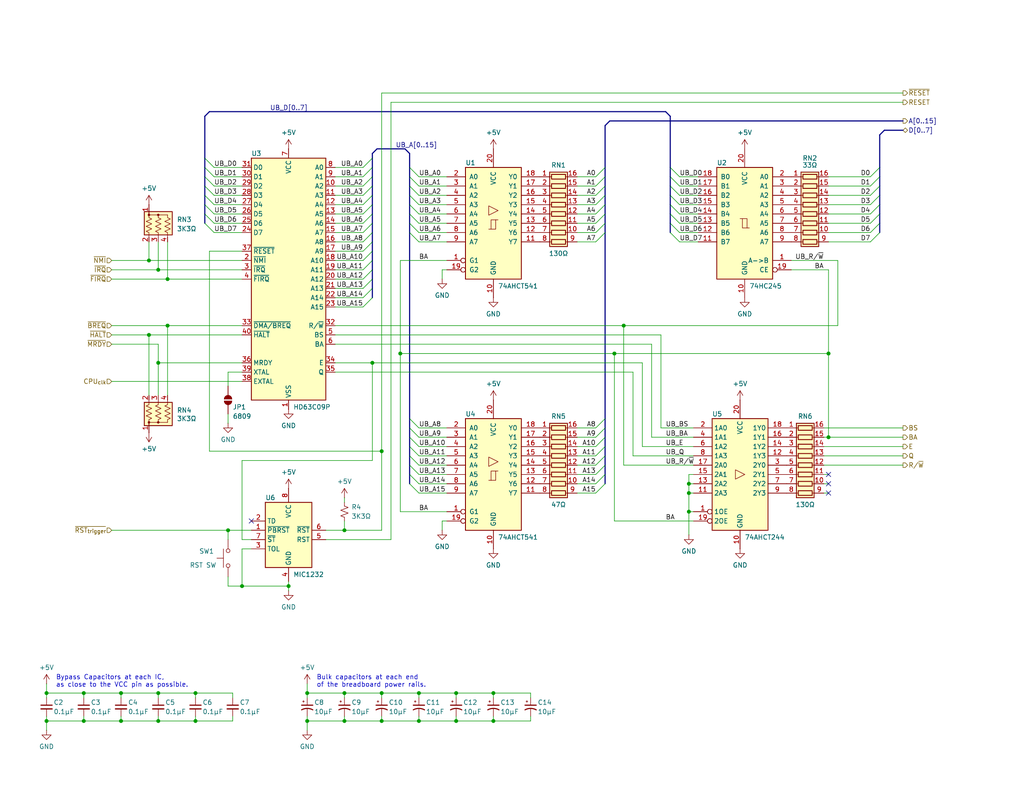
<source format=kicad_sch>
(kicad_sch (version 20250114) (generator "eeschema") (generator_version "9.0")
  (paper "USLetter")
  (title_block (title "CPU - Reset - Bus Buffers") (date "2025-09-13") (rev "2.0") (company "MicroHobbyist") (comment 1 "Frédéric Segard"))
  (lib_symbols
    (symbol "6309 v2.0:MIC1232"
      (property "Reference" "U" (at -5.842 1.016 0))
      (property "Value" "MIC1232" (at 4.826 -19.558 0))
      (symbol "MIC1232_1_1"
        (pin input line (at -10.16 -5.08 0) (length 3.81) (name "TD") (number "2"))
        (pin input line (at -10.16 -7.62 0) (length 3.81) (name "~{PBRST}") (number "1"))
        (pin input line (at -10.16 -10.16 0) (length 3.81) (name "~{ST}") (number "7"))
        (pin input line (at -10.16 -12.7 0) (length 3.81) (name "TOL") (number "3"))
        (pin power_in line (at 0 3.81 270) (length 3.81) (name "VCC") (number "8"))
        (pin power_in line (at 0 -21.59 90) (length 3.81) (name "GND") (number "4"))
        (pin output line (at 10.16 -7.62 180) (length 3.81) (name "~{RST}") (number "6"))
        (pin output line (at 10.16 -10.16 180) (length 3.81) (name "RST") (number "5"))
      )
    )
    (symbol "74xx:74HC244"
      (property "Reference" "U" (at -7.62 16.51 0))
      (property "Value" "74HC244" (at -7.62 -16.51 0))
      (symbol "74HC244_1_0"
        (pin input line (at -12.7 12.7 0) (length 5.08) (name "1A0") (number "2"))
        (pin input line (at -12.7 10.16 0) (length 5.08) (name "1A1") (number "4"))
        (pin input line (at -12.7 7.62 0) (length 5.08) (name "1A2") (number "6"))
        (pin input line (at -12.7 5.08 0) (length 5.08) (name "1A3") (number "8"))
        (pin input line (at -12.7 2.54 0) (length 5.08) (name "2A0") (number "17"))
        (pin input line (at -12.7 0 0) (length 5.08) (name "2A1") (number "15"))
        (pin input line (at -12.7 -2.54 0) (length 5.08) (name "2A2") (number "13"))
        (pin input line (at -12.7 -5.08 0) (length 5.08) (name "2A3") (number "11"))
        (pin input inverted (at -12.7 -10.16 0) (length 5.08) (name "1OE") (number "1"))
        (pin input inverted (at -12.7 -12.7 0) (length 5.08) (name "2OE") (number "19"))
        (pin power_in line (at 0 20.32 270) (length 5.08) (name "VCC") (number "20"))
        (pin power_in line (at 0 -20.32 90) (length 5.08) (name "GND") (number "10"))
        (pin tri_state line (at 12.7 12.7 180) (length 5.08) (name "1Y0") (number "18"))
        (pin tri_state line (at 12.7 10.16 180) (length 5.08) (name "1Y1") (number "16"))
        (pin tri_state line (at 12.7 7.62 180) (length 5.08) (name "1Y2") (number "14"))
        (pin tri_state line (at 12.7 5.08 180) (length 5.08) (name "1Y3") (number "12"))
        (pin tri_state line (at 12.7 2.54 180) (length 5.08) (name "2Y0") (number "3"))
        (pin tri_state line (at 12.7 0 180) (length 5.08) (name "2Y1") (number "5"))
        (pin tri_state line (at 12.7 -2.54 180) (length 5.08) (name "2Y2") (number "7"))
        (pin tri_state line (at 12.7 -5.08 180) (length 5.08) (name "2Y3") (number "9"))
      )
    )
    (symbol "74xx:74HC245" (pin_names (offset 1.016))
      (property "Reference" "U" (at -7.62 16.51 0))
      (property "Value" "74HC245" (at -7.62 -16.51 0))
      (symbol "74HC245_1_0"
        (pin tri_state line (at -12.7 12.7 0) (length 5.08) (name "A0") (number "2"))
        (pin tri_state line (at -12.7 10.16 0) (length 5.08) (name "A1") (number "3"))
        (pin tri_state line (at -12.7 7.62 0) (length 5.08) (name "A2") (number "4"))
        (pin tri_state line (at -12.7 5.08 0) (length 5.08) (name "A3") (number "5"))
        (pin tri_state line (at -12.7 2.54 0) (length 5.08) (name "A4") (number "6"))
        (pin tri_state line (at -12.7 0 0) (length 5.08) (name "A5") (number "7"))
        (pin tri_state line (at -12.7 -2.54 0) (length 5.08) (name "A6") (number "8"))
        (pin tri_state line (at -12.7 -5.08 0) (length 5.08) (name "A7") (number "9"))
        (pin input line (at -12.7 -10.16 0) (length 5.08) (name "A->B") (number "1"))
        (pin input inverted (at -12.7 -12.7 0) (length 5.08) (name "CE") (number "19"))
        (pin power_in line (at 0 20.32 270) (length 5.08) (name "VCC") (number "20"))
        (pin power_in line (at 0 -20.32 90) (length 5.08) (name "GND") (number "10"))
        (pin tri_state line (at 12.7 12.7 180) (length 5.08) (name "B0") (number "18"))
        (pin tri_state line (at 12.7 10.16 180) (length 5.08) (name "B1") (number "17"))
        (pin tri_state line (at 12.7 7.62 180) (length 5.08) (name "B2") (number "16"))
        (pin tri_state line (at 12.7 5.08 180) (length 5.08) (name "B3") (number "15"))
        (pin tri_state line (at 12.7 2.54 180) (length 5.08) (name "B4") (number "14"))
        (pin tri_state line (at 12.7 0 180) (length 5.08) (name "B5") (number "13"))
        (pin tri_state line (at 12.7 -2.54 180) (length 5.08) (name "B6") (number "12"))
        (pin tri_state line (at 12.7 -5.08 180) (length 5.08) (name "B7") (number "11"))
      )
    )
    (symbol "74xx:74HCT541" (pin_names (offset 1.016))
      (property "Reference" "U" (at -7.62 16.51 0))
      (property "Value" "74HCT541" (at -7.62 -16.51 0))
      (symbol "74HCT541_1_0"
        (pin input line (at -12.7 12.7 0) (length 5.08) (name "A0") (number "2"))
        (pin input line (at -12.7 10.16 0) (length 5.08) (name "A1") (number "3"))
        (pin input line (at -12.7 7.62 0) (length 5.08) (name "A2") (number "4"))
        (pin input line (at -12.7 5.08 0) (length 5.08) (name "A3") (number "5"))
        (pin input line (at -12.7 2.54 0) (length 5.08) (name "A4") (number "6"))
        (pin input line (at -12.7 0 0) (length 5.08) (name "A5") (number "7"))
        (pin input line (at -12.7 -2.54 0) (length 5.08) (name "A6") (number "8"))
        (pin input line (at -12.7 -5.08 0) (length 5.08) (name "A7") (number "9"))
        (pin input inverted (at -12.7 -10.16 0) (length 5.08) (name "G1") (number "1"))
        (pin input inverted (at -12.7 -12.7 0) (length 5.08) (name "G2") (number "19"))
        (pin power_in line (at 0 20.32 270) (length 5.08) (name "VCC") (number "20"))
        (pin power_in line (at 0 -20.32 90) (length 5.08) (name "GND") (number "10"))
        (pin tri_state line (at 12.7 12.7 180) (length 5.08) (name "Y0") (number "18"))
        (pin tri_state line (at 12.7 10.16 180) (length 5.08) (name "Y1") (number "17"))
        (pin tri_state line (at 12.7 7.62 180) (length 5.08) (name "Y2") (number "16"))
        (pin tri_state line (at 12.7 5.08 180) (length 5.08) (name "Y3") (number "15"))
        (pin tri_state line (at 12.7 2.54 180) (length 5.08) (name "Y4") (number "14"))
        (pin tri_state line (at 12.7 0 180) (length 5.08) (name "Y5") (number "13"))
        (pin tri_state line (at 12.7 -2.54 180) (length 5.08) (name "Y6") (number "12"))
        (pin tri_state line (at 12.7 -5.08 180) (length 5.08) (name "Y7") (number "11"))
      )
    )
    (symbol "CPU_NXP_6800:MC6809"
      (property "Reference" "U" (at -7.62 34.29 0))
      (property "Value" "MC6809" (at 10.16 34.29 0))
      (symbol "MC6809_1_1"
        (pin bidirectional line (at -12.7 30.48 0) (length 2.54) (name "D0") (number "31"))
        (pin bidirectional line (at -12.7 27.94 0) (length 2.54) (name "D1") (number "30"))
        (pin bidirectional line (at -12.7 25.4 0) (length 2.54) (name "D2") (number "29"))
        (pin bidirectional line (at -12.7 22.86 0) (length 2.54) (name "D3") (number "28"))
        (pin bidirectional line (at -12.7 20.32 0) (length 2.54) (name "D4") (number "27"))
        (pin bidirectional line (at -12.7 17.78 0) (length 2.54) (name "D5") (number "26"))
        (pin bidirectional line (at -12.7 15.24 0) (length 2.54) (name "D6") (number "25"))
        (pin bidirectional line (at -12.7 12.7 0) (length 2.54) (name "D7") (number "24"))
        (pin input line (at -12.7 7.62 0) (length 2.54) (name "~{RESET}") (number "37"))
        (pin input line (at -12.7 5.08 0) (length 2.54) (name "~{NMI}") (number "2"))
        (pin input line (at -12.7 2.54 0) (length 2.54) (name "~{IRQ}") (number "3"))
        (pin input line (at -12.7 0 0) (length 2.54) (name "~{FIRQ}") (number "4"))
        (pin input line (at -12.7 -12.7 0) (length 2.54) (name "~{DMA/BREQ}") (number "33"))
        (pin input line (at -12.7 -15.24 0) (length 2.54) (name "~{HALT}") (number "40"))
        (pin input line (at -12.7 -22.86 0) (length 2.54) (name "MRDY") (number "36"))
        (pin input line (at -12.7 -25.4 0) (length 2.54) (name "XTAL") (number "39"))
        (pin input line (at -12.7 -27.94 0) (length 2.54) (name "EXTAL") (number "38"))
        (pin power_in line (at 0 35.56 270) (length 2.54) (name "VCC") (number "7"))
        (pin power_in line (at 0 -35.56 90) (length 2.54) (name "VSS") (number "1"))
        (pin output line (at 12.7 30.48 180) (length 2.54) (name "A0") (number "8"))
        (pin output line (at 12.7 27.94 180) (length 2.54) (name "A1") (number "9"))
        (pin output line (at 12.7 25.4 180) (length 2.54) (name "A2") (number "10"))
        (pin output line (at 12.7 22.86 180) (length 2.54) (name "A3") (number "11"))
        (pin output line (at 12.7 20.32 180) (length 2.54) (name "A4") (number "12"))
        (pin output line (at 12.7 17.78 180) (length 2.54) (name "A5") (number "13"))
        (pin output line (at 12.7 15.24 180) (length 2.54) (name "A6") (number "14"))
        (pin output line (at 12.7 12.7 180) (length 2.54) (name "A7") (number "15"))
        (pin output line (at 12.7 10.16 180) (length 2.54) (name "A8") (number "16"))
        (pin output line (at 12.7 7.62 180) (length 2.54) (name "A9") (number "17"))
        (pin output line (at 12.7 5.08 180) (length 2.54) (name "A10") (number "18"))
        (pin output line (at 12.7 2.54 180) (length 2.54) (name "A11") (number "19"))
        (pin output line (at 12.7 0 180) (length 2.54) (name "A12") (number "20"))
        (pin output line (at 12.7 -2.54 180) (length 2.54) (name "A13") (number "21"))
        (pin output line (at 12.7 -5.08 180) (length 2.54) (name "A14") (number "22"))
        (pin output line (at 12.7 -7.62 180) (length 2.54) (name "A15") (number "23"))
        (pin output line (at 12.7 -12.7 180) (length 2.54) (name "R/~{W}") (number "32"))
        (pin output line (at 12.7 -15.24 180) (length 2.54) (name "BS") (number "5"))
        (pin output line (at 12.7 -17.78 180) (length 2.54) (name "BA") (number "6"))
        (pin output line (at 12.7 -22.86 180) (length 2.54) (name "E") (number "34"))
        (pin output line (at 12.7 -25.4 180) (length 2.54) (name "Q") (number "35"))
      )
    )
    (symbol "Device:C_Polarized_Small_US" (pin_numbers (hide yes)) (pin_names (offset 0.254) (hide yes))
      (property "Reference" "C" (at 0.254 1.778 0))
      (property "Value" "C_Polarized_Small_US" (at 0.254 -2.032 0))
      (symbol "C_Polarized_Small_US_1_1"
        (pin passive line (at 0 2.54 270) (length 2.032) (name "~") (number "1"))
        (pin passive line (at 0 -2.54 90) (length 2.032) (name "~") (number "2"))
      )
    )
    (symbol "Device:C_Small" (pin_numbers (hide yes)) (pin_names (offset 0.254) (hide yes))
      (property "Reference" "C" (at 0.254 1.778 0))
      (property "Value" "C_Small" (at 0.254 -2.032 0))
      (symbol "C_Small_1_1"
        (pin passive line (at 0 2.54 270) (length 2.032) (name "~") (number "1"))
        (pin passive line (at 0 -2.54 90) (length 2.032) (name "~") (number "2"))
      )
    )
    (symbol "Device:R_Network03_US" (pin_names (offset 0) (hide yes))
      (property "Reference" "RN" (at -5.08 0 90))
      (property "Value" "R_Network03_US" (at 5.08 0 90))
      (symbol "R_Network03_US_1_1"
        (pin passive line (at -2.54 5.08 270) (length 2.54) (name "common") (number "1"))
        (pin passive line (at -2.54 -5.08 90) (length 1.27) (name "R1") (number "2"))
        (pin passive line (at 0 -5.08 90) (length 1.27) (name "R2") (number "3"))
        (pin passive line (at 2.54 -5.08 90) (length 1.27) (name "R3") (number "4"))
      )
    )
    (symbol "Device:R_Pack08" (pin_names (offset 0) (hide yes))
      (property "Reference" "RN" (at -12.7 0 90))
      (property "Value" "R_Pack08" (at 10.16 0 90))
      (symbol "R_Pack08_1_1"
        (pin passive line (at -10.16 5.08 270) (length 2.54) (name "R1.2") (number "16"))
        (pin passive line (at -10.16 -5.08 90) (length 2.54) (name "R1.1") (number "1"))
        (pin passive line (at -7.62 5.08 270) (length 2.54) (name "R2.2") (number "15"))
        (pin passive line (at -7.62 -5.08 90) (length 2.54) (name "R2.1") (number "2"))
        (pin passive line (at -5.08 5.08 270) (length 2.54) (name "R3.2") (number "14"))
        (pin passive line (at -5.08 -5.08 90) (length 2.54) (name "R3.1") (number "3"))
        (pin passive line (at -2.54 5.08 270) (length 2.54) (name "R4.2") (number "13"))
        (pin passive line (at -2.54 -5.08 90) (length 2.54) (name "R4.1") (number "4"))
        (pin passive line (at 0 5.08 270) (length 2.54) (name "R5.2") (number "12"))
        (pin passive line (at 0 -5.08 90) (length 2.54) (name "R5.1") (number "5"))
        (pin passive line (at 2.54 5.08 270) (length 2.54) (name "R6.2") (number "11"))
        (pin passive line (at 2.54 -5.08 90) (length 2.54) (name "R6.1") (number "6"))
        (pin passive line (at 5.08 5.08 270) (length 2.54) (name "R7.2") (number "10"))
        (pin passive line (at 5.08 -5.08 90) (length 2.54) (name "R7.1") (number "7"))
        (pin passive line (at 7.62 5.08 270) (length 2.54) (name "R8.2") (number "9"))
        (pin passive line (at 7.62 -5.08 90) (length 2.54) (name "R8.1") (number "8"))
      )
    )
    (symbol "Device:R_Small_US" (pin_numbers (hide yes)) (pin_names (offset 0.254) (hide yes))
      (property "Reference" "R" (at 0.762 0.508 0))
      (property "Value" "R_Small_US" (at 0.762 -1.016 0))
      (symbol "R_Small_US_1_1"
        (pin passive line (at 0 2.54 270) (length 1.016) (name "~") (number "1"))
        (pin passive line (at 0 -2.54 90) (length 1.016) (name "~") (number "2"))
      )
    )
    (symbol "Jumper:SolderJumper_2_Open" (pin_numbers (hide yes)) (pin_names (offset 0) (hide yes)) (in_bom no)
      (property "Reference" "JP" (at 0 2.032 0))
      (property "Value" "SolderJumper_2_Open" (at 0 -2.54 0))
      (symbol "SolderJumper_2_Open_1_1"
        (pin passive line (at -3.81 0 0) (length 2.54) (name "A") (number "1"))
        (pin passive line (at 3.81 0 180) (length 2.54) (name "B") (number "2"))
      )
    )
    (symbol "Switch:SW_Push" (pin_numbers (hide yes)) (pin_names (offset 1.016) (hide yes))
      (property "Reference" "SW" (at 1.27 2.54 0))
      (property "Value" "SW_Push" (at 0 -1.524 0))
      (symbol "SW_Push_0_1"
        (pin passive line (at -5.08 0 0) (length 2.54) (name "1") (number "1"))
        (pin passive line (at 5.08 0 180) (length 2.54) (name "2") (number "2"))
      )
    )
    (symbol "power:+5V" (power) (pin_numbers (hide yes)) (pin_names (offset 0) (hide yes))
      (property "Value" "+5V" (at 0 3.556 0))
      (symbol "+5V_1_1"
        (pin power_in line (at 0 0 90) (length 0) (name "~") (number "1"))
      )
    )
    (symbol "power:GND" (power) (pin_numbers (hide yes)) (pin_names (offset 0) (hide yes))
      (property "Value" "GND" (at 0 -3.81 0))
      (symbol "GND_1_1"
        (pin power_in line (at 0 0 270) (length 0) (name "~") (number "1"))
      )
    )
  )
  (text "Bypass Capacitors at each IC,\nas close to the VCC pin as possible." (at 15.24 186.055 0) (effects (font (size 1.27 1.27)) (justify left)))
  (text "Bulk capacitors at each end\nof the breadboard power rails." (at 86.36 186.055 0) (effects (font (size 1.27 1.27)) (justify left)))
  (junction (at 78.74 160.02))
  (junction (at 187.96 134.62))
  (junction (at 33.02 196.85))
  (junction (at 83.82 196.85))
  (junction (at 43.18 196.85))
  (junction (at 124.46 189.23))
  (junction (at 114.3 189.23))
  (junction (at 43.18 73.66))
  (junction (at 43.18 99.06))
  (junction (at 62.23 144.78))
  (junction (at 170.18 88.9))
  (junction (at 93.98 196.85))
  (junction (at 134.62 189.23))
  (junction (at 53.34 189.23))
  (junction (at 45.72 76.2))
  (junction (at 53.34 196.85))
  (junction (at 12.7 189.23))
  (junction (at 43.18 189.23))
  (junction (at 104.14 189.23))
  (junction (at 187.96 132.08))
  (junction (at 226.06 96.52))
  (junction (at 22.86 196.85))
  (junction (at 134.62 196.85))
  (junction (at 226.06 119.38))
  (junction (at 83.82 189.23))
  (junction (at 66.04 160.02))
  (junction (at 93.98 189.23))
  (junction (at 124.46 196.85))
  (junction (at 40.64 91.44))
  (junction (at 187.96 139.7))
  (junction (at 22.86 189.23))
  (junction (at 12.7 196.85))
  (junction (at 167.64 96.52))
  (junction (at 109.22 96.52))
  (junction (at 33.02 189.23))
  (junction (at 104.14 196.85))
  (junction (at 93.98 144.78))
  (junction (at 45.72 88.9))
  (junction (at 104.14 123.19))
  (junction (at 101.6 99.06))
  (junction (at 40.64 71.12))
  (junction (at 114.3 196.85))
  (no_connect (at 226.06 132.08))
  (no_connect (at 226.06 134.62))
  (no_connect (at 68.58 142.24))
  (no_connect (at 226.06 129.54))
  (bus_entry (at 55.88 58.42) (size 2.54 2.54))
  (bus_entry (at 182.88 63.5) (size 2.54 2.54))
  (bus_entry (at 99.06 83.82) (size 2.54 -2.54))
  (bus_entry (at 162.56 63.5) (size 2.54 -2.54))
  (bus_entry (at 55.88 55.88) (size 2.54 2.54))
  (bus_entry (at 111.76 121.92) (size 2.54 2.54))
  (bus_entry (at 237.49 58.42) (size 2.54 -2.54))
  (bus_entry (at 111.76 53.34) (size 2.54 2.54))
  (bus_entry (at 182.88 53.34) (size 2.54 2.54))
  (bus_entry (at 182.88 48.26) (size 2.54 2.54))
  (bus_entry (at 162.56 124.46) (size 2.54 -2.54))
  (bus_entry (at 237.49 53.34) (size 2.54 -2.54))
  (bus_entry (at 162.56 53.34) (size 2.54 -2.54))
  (bus_entry (at 162.56 134.62) (size 2.54 -2.54))
  (bus_entry (at 237.49 48.26) (size 2.54 -2.54))
  (bus_entry (at 111.76 48.26) (size 2.54 2.54))
  (bus_entry (at 111.76 124.46) (size 2.54 2.54))
  (bus_entry (at 182.88 55.88) (size 2.54 2.54))
  (bus_entry (at 162.56 48.26) (size 2.54 -2.54))
  (bus_entry (at 99.06 53.34) (size 2.54 -2.54))
  (bus_entry (at 111.76 119.38) (size 2.54 2.54))
  (bus_entry (at 99.06 58.42) (size 2.54 -2.54))
  (bus_entry (at 162.56 116.84) (size 2.54 -2.54))
  (bus_entry (at 99.06 68.58) (size 2.54 -2.54))
  (bus_entry (at 182.88 60.96) (size 2.54 2.54))
  (bus_entry (at 162.56 55.88) (size 2.54 -2.54))
  (bus_entry (at 55.88 53.34) (size 2.54 2.54))
  (bus_entry (at 162.56 58.42) (size 2.54 -2.54))
  (bus_entry (at 111.76 116.84) (size 2.54 2.54))
  (bus_entry (at 111.76 129.54) (size 2.54 2.54))
  (bus_entry (at 162.56 129.54) (size 2.54 -2.54))
  (bus_entry (at 99.06 50.8) (size 2.54 -2.54))
  (bus_entry (at 162.56 50.8) (size 2.54 -2.54))
  (bus_entry (at 182.88 45.72) (size 2.54 2.54))
  (bus_entry (at 55.88 60.96) (size 2.54 2.54))
  (bus_entry (at 55.88 43.18) (size 2.54 2.54))
  (bus_entry (at 111.76 45.72) (size 2.54 2.54))
  (bus_entry (at 182.88 50.8) (size 2.54 2.54))
  (bus_entry (at 55.88 48.26) (size 2.54 2.54))
  (bus_entry (at 55.88 45.72) (size 2.54 2.54))
  (bus_entry (at 111.76 60.96) (size 2.54 2.54))
  (bus_entry (at 99.06 76.2) (size 2.54 -2.54))
  (bus_entry (at 111.76 114.3) (size 2.54 2.54))
  (bus_entry (at 162.56 121.92) (size 2.54 -2.54))
  (bus_entry (at 237.49 55.88) (size 2.54 -2.54))
  (bus_entry (at 162.56 127) (size 2.54 -2.54))
  (bus_entry (at 111.76 55.88) (size 2.54 2.54))
  (bus_entry (at 162.56 60.96) (size 2.54 -2.54))
  (bus_entry (at 111.76 127) (size 2.54 2.54))
  (bus_entry (at 182.88 58.42) (size 2.54 2.54))
  (bus_entry (at 99.06 55.88) (size 2.54 -2.54))
  (bus_entry (at 111.76 50.8) (size 2.54 2.54))
  (bus_entry (at 99.06 66.04) (size 2.54 -2.54))
  (bus_entry (at 237.49 60.96) (size 2.54 -2.54))
  (bus_entry (at 99.06 81.28) (size 2.54 -2.54))
  (bus_entry (at 111.76 58.42) (size 2.54 2.54))
  (bus_entry (at 237.49 66.04) (size 2.54 -2.54))
  (bus_entry (at 111.76 132.08) (size 2.54 2.54))
  (bus_entry (at 99.06 63.5) (size 2.54 -2.54))
  (bus_entry (at 99.06 71.12) (size 2.54 -2.54))
  (bus_entry (at 237.49 50.8) (size 2.54 -2.54))
  (bus_entry (at 162.56 132.08) (size 2.54 -2.54))
  (bus_entry (at 99.06 45.72) (size 2.54 -2.54))
  (bus_entry (at 237.49 63.5) (size 2.54 -2.54))
  (bus_entry (at 99.06 48.26) (size 2.54 -2.54))
  (bus_entry (at 99.06 73.66) (size 2.54 -2.54))
  (bus_entry (at 162.56 66.04) (size 2.54 -2.54))
  (bus_entry (at 99.06 60.96) (size 2.54 -2.54))
  (bus_entry (at 99.06 78.74) (size 2.54 -2.54))
  (bus_entry (at 111.76 63.5) (size 2.54 2.54))
  (bus_entry (at 162.56 119.38) (size 2.54 -2.54))
  (bus_entry (at 55.88 50.8) (size 2.54 2.54))
  (wire (pts (xy 53.34 195.58) (xy 53.34 196.85)))
  (wire (pts (xy 121.92 134.62) (xy 114.3 134.62)))
  (wire (pts (xy 109.22 96.52) (xy 109.22 139.7)))
  (wire (pts (xy 121.92 129.54) (xy 114.3 129.54)))
  (bus (pts (xy 101.6 48.26) (xy 101.6 50.8)))
  (bus (pts (xy 182.88 31.75) (xy 182.88 45.72)))
  (bus (pts (xy 111.76 127) (xy 111.76 129.54)))
  (bus (pts (xy 102.87 40.64) (xy 110.49 40.64)))
  (wire (pts (xy 93.98 142.24) (xy 93.98 144.78)))
  (bus (pts (xy 101.6 53.34) (xy 101.6 55.88)))
  (wire (pts (xy 91.44 93.98) (xy 177.8 93.98)))
  (wire (pts (xy 157.48 116.84) (xy 162.56 116.84)))
  (wire (pts (xy 91.44 101.6) (xy 172.72 101.6)))
  (wire (pts (xy 180.34 116.84) (xy 189.23 116.84)))
  (wire (pts (xy 101.6 99.06) (xy 175.26 99.06)))
  (wire (pts (xy 157.48 50.8) (xy 162.56 50.8)))
  (wire (pts (xy 224.79 132.08) (xy 226.06 132.08)))
  (wire (pts (xy 93.98 144.78) (xy 104.14 144.78)))
  (wire (pts (xy 62.23 160.02) (xy 66.04 160.02)))
  (wire (pts (xy 91.44 60.96) (xy 99.06 60.96)))
  (wire (pts (xy 104.14 196.85) (xy 114.3 196.85)))
  (wire (pts (xy 144.78 189.23) (xy 144.78 190.5)))
  (wire (pts (xy 185.42 63.5) (xy 190.5 63.5)))
  (wire (pts (xy 91.44 81.28) (xy 99.06 81.28)))
  (bus (pts (xy 240.03 36.83) (xy 240.03 45.72)))
  (bus (pts (xy 55.88 50.8) (xy 55.88 48.26)))
  (wire (pts (xy 33.02 189.23) (xy 43.18 189.23)))
  (wire (pts (xy 40.64 91.44) (xy 66.04 91.44)))
  (bus (pts (xy 101.6 43.18) (xy 101.6 45.72)))
  (wire (pts (xy 134.62 189.23) (xy 144.78 189.23)))
  (wire (pts (xy 93.98 189.23) (xy 93.98 190.5)))
  (wire (pts (xy 66.04 149.86) (xy 66.04 160.02)))
  (wire (pts (xy 58.42 58.42) (xy 66.04 58.42)))
  (wire (pts (xy 30.48 71.12) (xy 40.64 71.12)))
  (wire (pts (xy 62.23 101.6) (xy 66.04 101.6)))
  (wire (pts (xy 83.82 189.23) (xy 83.82 190.5)))
  (bus (pts (xy 241.3 35.56) (xy 246.38 35.56)))
  (wire (pts (xy 104.14 189.23) (xy 114.3 189.23)))
  (wire (pts (xy 62.23 144.78) (xy 68.58 144.78)))
  (wire (pts (xy 228.6 71.12) (xy 228.6 88.9)))
  (wire (pts (xy 40.64 71.12) (xy 66.04 71.12)))
  (wire (pts (xy 157.48 55.88) (xy 162.56 55.88)))
  (wire (pts (xy 62.23 101.6) (xy 62.23 105.41)))
  (wire (pts (xy 106.68 27.94) (xy 246.38 27.94)))
  (wire (pts (xy 40.64 66.04) (xy 40.64 71.12)))
  (wire (pts (xy 57.15 68.58) (xy 66.04 68.58)))
  (wire (pts (xy 134.62 189.23) (xy 134.62 190.5)))
  (wire (pts (xy 43.18 73.66) (xy 66.04 73.66)))
  (bus (pts (xy 165.1 63.5) (xy 165.1 60.96)))
  (bus (pts (xy 101.6 68.58) (xy 101.6 71.12)))
  (wire (pts (xy 187.96 132.08) (xy 187.96 134.62)))
  (wire (pts (xy 157.48 121.92) (xy 162.56 121.92)))
  (wire (pts (xy 33.02 189.23) (xy 33.02 190.5)))
  (wire (pts (xy 187.96 139.7) (xy 189.23 139.7)))
  (wire (pts (xy 187.96 132.08) (xy 189.23 132.08)))
  (bus (pts (xy 111.76 45.72) (xy 111.76 48.26)))
  (bus (pts (xy 165.1 132.08) (xy 165.1 129.54)))
  (wire (pts (xy 91.44 71.12) (xy 99.06 71.12)))
  (wire (pts (xy 30.48 76.2) (xy 45.72 76.2)))
  (wire (pts (xy 170.18 88.9) (xy 170.18 127)))
  (wire (pts (xy 224.79 124.46) (xy 246.38 124.46)))
  (wire (pts (xy 120.65 73.66) (xy 120.65 76.2)))
  (bus (pts (xy 101.6 41.91) (xy 101.6 43.18)))
  (wire (pts (xy 224.79 116.84) (xy 246.38 116.84)))
  (wire (pts (xy 53.34 189.23) (xy 53.34 190.5)))
  (wire (pts (xy 114.3 196.85) (xy 124.46 196.85)))
  (wire (pts (xy 45.72 76.2) (xy 66.04 76.2)))
  (wire (pts (xy 88.9 144.78) (xy 93.98 144.78)))
  (wire (pts (xy 58.42 53.34) (xy 66.04 53.34)))
  (wire (pts (xy 226.06 63.5) (xy 237.49 63.5)))
  (bus (pts (xy 182.88 60.96) (xy 182.88 58.42)))
  (bus (pts (xy 240.03 45.72) (xy 240.03 48.26)))
  (bus (pts (xy 111.76 41.91) (xy 111.76 45.72)))
  (wire (pts (xy 124.46 189.23) (xy 124.46 190.5)))
  (wire (pts (xy 53.34 189.23) (xy 63.5 189.23)))
  (bus (pts (xy 101.6 63.5) (xy 101.6 66.04)))
  (wire (pts (xy 33.02 195.58) (xy 33.02 196.85)))
  (wire (pts (xy 157.48 127) (xy 162.56 127)))
  (wire (pts (xy 134.62 195.58) (xy 134.62 196.85)))
  (wire (pts (xy 58.42 60.96) (xy 66.04 60.96)))
  (wire (pts (xy 62.23 144.78) (xy 62.23 147.32)))
  (wire (pts (xy 91.44 91.44) (xy 180.34 91.44)))
  (wire (pts (xy 93.98 189.23) (xy 104.14 189.23)))
  (wire (pts (xy 57.15 68.58) (xy 57.15 123.19)))
  (wire (pts (xy 121.92 63.5) (xy 114.3 63.5)))
  (wire (pts (xy 91.44 45.72) (xy 99.06 45.72)))
  (bus (pts (xy 101.6 71.12) (xy 101.6 73.66)))
  (bus (pts (xy 101.6 76.2) (xy 101.6 78.74)))
  (wire (pts (xy 109.22 71.12) (xy 109.22 96.52)))
  (wire (pts (xy 91.44 73.66) (xy 99.06 73.66)))
  (wire (pts (xy 66.04 125.73) (xy 66.04 147.32)))
  (wire (pts (xy 91.44 99.06) (xy 101.6 99.06)))
  (bus (pts (xy 165.1 114.3) (xy 165.1 63.5)))
  (wire (pts (xy 43.18 189.23) (xy 53.34 189.23)))
  (wire (pts (xy 121.92 58.42) (xy 114.3 58.42)))
  (wire (pts (xy 91.44 66.04) (xy 99.06 66.04)))
  (wire (pts (xy 22.86 196.85) (xy 33.02 196.85)))
  (wire (pts (xy 43.18 66.04) (xy 43.18 73.66)))
  (wire (pts (xy 226.06 96.52) (xy 226.06 119.38)))
  (wire (pts (xy 62.23 157.48) (xy 62.23 160.02)))
  (bus (pts (xy 57.15 30.48) (xy 181.61 30.48)))
  (bus (pts (xy 165.1 55.88) (xy 165.1 53.34)))
  (wire (pts (xy 22.86 195.58) (xy 22.86 196.85)))
  (wire (pts (xy 134.62 196.85) (xy 144.78 196.85)))
  (wire (pts (xy 167.64 96.52) (xy 226.06 96.52)))
  (wire (pts (xy 120.65 142.24) (xy 121.92 142.24)))
  (bus (pts (xy 182.88 58.42) (xy 182.88 55.88)))
  (wire (pts (xy 226.06 60.96) (xy 237.49 60.96)))
  (wire (pts (xy 43.18 196.85) (xy 53.34 196.85)))
  (wire (pts (xy 120.65 142.24) (xy 120.65 144.78)))
  (wire (pts (xy 91.44 48.26) (xy 99.06 48.26)))
  (wire (pts (xy 187.96 134.62) (xy 187.96 139.7)))
  (wire (pts (xy 30.48 88.9) (xy 45.72 88.9)))
  (bus (pts (xy 101.6 58.42) (xy 101.6 60.96)))
  (wire (pts (xy 58.42 50.8) (xy 66.04 50.8)))
  (wire (pts (xy 121.92 124.46) (xy 114.3 124.46)))
  (wire (pts (xy 121.92 48.26) (xy 114.3 48.26)))
  (wire (pts (xy 172.72 124.46) (xy 189.23 124.46)))
  (wire (pts (xy 226.06 55.88) (xy 237.49 55.88)))
  (wire (pts (xy 185.42 55.88) (xy 190.5 55.88)))
  (wire (pts (xy 22.86 189.23) (xy 22.86 190.5)))
  (wire (pts (xy 12.7 189.23) (xy 12.7 190.5)))
  (wire (pts (xy 58.42 63.5) (xy 66.04 63.5)))
  (bus (pts (xy 111.76 53.34) (xy 111.76 55.88)))
  (bus (pts (xy 111.76 63.5) (xy 111.76 114.3)))
  (bus (pts (xy 165.1 119.38) (xy 165.1 116.84)))
  (wire (pts (xy 120.65 73.66) (xy 121.92 73.66)))
  (wire (pts (xy 226.06 73.66) (xy 226.06 96.52)))
  (wire (pts (xy 109.22 139.7) (xy 121.92 139.7)))
  (wire (pts (xy 12.7 196.85) (xy 22.86 196.85)))
  (bus (pts (xy 55.88 58.42) (xy 55.88 55.88)))
  (wire (pts (xy 43.18 189.23) (xy 43.18 190.5)))
  (bus (pts (xy 101.6 55.88) (xy 101.6 58.42)))
  (wire (pts (xy 175.26 99.06) (xy 175.26 121.92)))
  (wire (pts (xy 45.72 88.9) (xy 66.04 88.9)))
  (wire (pts (xy 12.7 189.23) (xy 22.86 189.23)))
  (wire (pts (xy 114.3 195.58) (xy 114.3 196.85)))
  (wire (pts (xy 121.92 66.04) (xy 114.3 66.04)))
  (wire (pts (xy 104.14 25.4) (xy 246.38 25.4)))
  (wire (pts (xy 106.68 27.94) (xy 106.68 147.32)))
  (bus (pts (xy 182.88 63.5) (xy 182.88 60.96)))
  (wire (pts (xy 185.42 60.96) (xy 190.5 60.96)))
  (bus (pts (xy 182.88 50.8) (xy 182.88 48.26)))
  (wire (pts (xy 43.18 99.06) (xy 66.04 99.06)))
  (wire (pts (xy 63.5 189.23) (xy 63.5 190.5)))
  (bus (pts (xy 111.76 114.3) (xy 111.76 116.84)))
  (bus (pts (xy 165.1 116.84) (xy 165.1 114.3)))
  (wire (pts (xy 215.9 71.12) (xy 228.6 71.12)))
  (wire (pts (xy 83.82 186.69) (xy 83.82 189.23)))
  (bus (pts (xy 165.1 45.72) (xy 165.1 34.29)))
  (bus (pts (xy 165.1 60.96) (xy 165.1 58.42)))
  (wire (pts (xy 170.18 127) (xy 189.23 127)))
  (bus (pts (xy 111.76 129.54) (xy 111.76 132.08)))
  (bus (pts (xy 165.1 48.26) (xy 165.1 45.72)))
  (wire (pts (xy 30.48 104.14) (xy 66.04 104.14)))
  (wire (pts (xy 187.96 139.7) (xy 187.96 146.05)))
  (wire (pts (xy 91.44 76.2) (xy 99.06 76.2)))
  (wire (pts (xy 177.8 119.38) (xy 189.23 119.38)))
  (bus (pts (xy 182.88 48.26) (xy 182.88 45.72)))
  (bus (pts (xy 111.76 58.42) (xy 111.76 60.96)))
  (wire (pts (xy 215.9 73.66) (xy 226.06 73.66)))
  (bus (pts (xy 111.76 119.38) (xy 111.76 121.92)))
  (bus (pts (xy 55.88 48.26) (xy 55.88 45.72)))
  (wire (pts (xy 45.72 66.04) (xy 45.72 76.2)))
  (wire (pts (xy 104.14 25.4) (xy 104.14 123.19)))
  (bus (pts (xy 182.88 31.75) (xy 181.61 30.48)))
  (wire (pts (xy 226.06 53.34) (xy 237.49 53.34)))
  (wire (pts (xy 157.48 60.96) (xy 162.56 60.96)))
  (wire (pts (xy 157.48 132.08) (xy 162.56 132.08)))
  (bus (pts (xy 165.1 124.46) (xy 165.1 121.92)))
  (wire (pts (xy 109.22 96.52) (xy 167.64 96.52)))
  (bus (pts (xy 240.03 50.8) (xy 240.03 53.34)))
  (wire (pts (xy 185.42 58.42) (xy 190.5 58.42)))
  (wire (pts (xy 30.48 91.44) (xy 40.64 91.44)))
  (bus (pts (xy 182.88 55.88) (xy 182.88 53.34)))
  (wire (pts (xy 66.04 125.73) (xy 101.6 125.73)))
  (wire (pts (xy 157.48 129.54) (xy 162.56 129.54)))
  (wire (pts (xy 157.48 53.34) (xy 162.56 53.34)))
  (wire (pts (xy 91.44 63.5) (xy 99.06 63.5)))
  (bus (pts (xy 165.1 121.92) (xy 165.1 119.38)))
  (bus (pts (xy 55.88 31.75) (xy 57.15 30.48)))
  (wire (pts (xy 58.42 48.26) (xy 66.04 48.26)))
  (wire (pts (xy 12.7 186.69) (xy 12.7 189.23)))
  (wire (pts (xy 226.06 50.8) (xy 237.49 50.8)))
  (wire (pts (xy 43.18 195.58) (xy 43.18 196.85)))
  (wire (pts (xy 114.3 189.23) (xy 124.46 189.23)))
  (wire (pts (xy 93.98 196.85) (xy 104.14 196.85)))
  (wire (pts (xy 121.92 119.38) (xy 114.3 119.38)))
  (bus (pts (xy 165.1 129.54) (xy 165.1 127)))
  (bus (pts (xy 166.37 33.02) (xy 246.38 33.02)))
  (wire (pts (xy 226.06 48.26) (xy 237.49 48.26)))
  (bus (pts (xy 111.76 116.84) (xy 111.76 119.38)))
  (bus (pts (xy 182.88 53.34) (xy 182.88 50.8)))
  (bus (pts (xy 101.6 60.96) (xy 101.6 63.5)))
  (wire (pts (xy 121.92 55.88) (xy 114.3 55.88)))
  (wire (pts (xy 177.8 93.98) (xy 177.8 119.38)))
  (wire (pts (xy 40.64 91.44) (xy 40.64 107.95)))
  (bus (pts (xy 101.6 41.91) (xy 102.87 40.64)))
  (bus (pts (xy 111.76 55.88) (xy 111.76 58.42)))
  (wire (pts (xy 185.42 53.34) (xy 190.5 53.34)))
  (wire (pts (xy 187.96 134.62) (xy 189.23 134.62)))
  (wire (pts (xy 88.9 147.32) (xy 106.68 147.32)))
  (wire (pts (xy 180.34 91.44) (xy 180.34 116.84)))
  (wire (pts (xy 104.14 195.58) (xy 104.14 196.85)))
  (wire (pts (xy 91.44 78.74) (xy 99.06 78.74)))
  (bus (pts (xy 240.03 55.88) (xy 240.03 58.42)))
  (wire (pts (xy 175.26 121.92) (xy 189.23 121.92)))
  (wire (pts (xy 83.82 195.58) (xy 83.82 196.85)))
  (bus (pts (xy 240.03 36.83) (xy 241.3 35.56)))
  (wire (pts (xy 91.44 53.34) (xy 99.06 53.34)))
  (wire (pts (xy 33.02 196.85) (xy 43.18 196.85)))
  (wire (pts (xy 30.48 73.66) (xy 43.18 73.66)))
  (wire (pts (xy 91.44 55.88) (xy 99.06 55.88)))
  (wire (pts (xy 83.82 196.85) (xy 83.82 199.39)))
  (wire (pts (xy 157.48 63.5) (xy 162.56 63.5)))
  (wire (pts (xy 104.14 123.19) (xy 104.14 144.78)))
  (wire (pts (xy 224.79 129.54) (xy 226.06 129.54)))
  (bus (pts (xy 111.76 121.92) (xy 111.76 124.46)))
  (wire (pts (xy 224.79 119.38) (xy 226.06 119.38)))
  (bus (pts (xy 165.1 58.42) (xy 165.1 55.88)))
  (bus (pts (xy 240.03 48.26) (xy 240.03 50.8)))
  (wire (pts (xy 66.04 147.32) (xy 68.58 147.32)))
  (wire (pts (xy 109.22 71.12) (xy 121.92 71.12)))
  (wire (pts (xy 43.18 93.98) (xy 43.18 99.06)))
  (bus (pts (xy 55.88 45.72) (xy 55.88 43.18)))
  (wire (pts (xy 57.15 123.19) (xy 104.14 123.19)))
  (wire (pts (xy 172.72 101.6) (xy 172.72 124.46)))
  (bus (pts (xy 101.6 66.04) (xy 101.6 68.58)))
  (bus (pts (xy 101.6 73.66) (xy 101.6 76.2)))
  (wire (pts (xy 157.48 66.04) (xy 162.56 66.04)))
  (wire (pts (xy 157.48 134.62) (xy 162.56 134.62)))
  (bus (pts (xy 55.88 60.96) (xy 55.88 58.42)))
  (bus (pts (xy 111.76 60.96) (xy 111.76 63.5)))
  (wire (pts (xy 226.06 66.04) (xy 237.49 66.04)))
  (wire (pts (xy 43.18 99.06) (xy 43.18 107.95)))
  (bus (pts (xy 165.1 127) (xy 165.1 124.46)))
  (wire (pts (xy 124.46 195.58) (xy 124.46 196.85)))
  (wire (pts (xy 93.98 135.89) (xy 93.98 137.16)))
  (bus (pts (xy 240.03 60.96) (xy 240.03 63.5)))
  (wire (pts (xy 91.44 83.82) (xy 99.06 83.82)))
  (wire (pts (xy 78.74 161.29) (xy 78.74 160.02)))
  (wire (pts (xy 157.48 48.26) (xy 162.56 48.26)))
  (bus (pts (xy 240.03 58.42) (xy 240.03 60.96)))
  (bus (pts (xy 111.76 124.46) (xy 111.76 127)))
  (wire (pts (xy 91.44 68.58) (xy 99.06 68.58)))
  (wire (pts (xy 78.74 160.02) (xy 78.74 158.75)))
  (wire (pts (xy 45.72 88.9) (xy 45.72 107.95)))
  (wire (pts (xy 121.92 121.92) (xy 114.3 121.92)))
  (wire (pts (xy 224.79 134.62) (xy 226.06 134.62)))
  (wire (pts (xy 62.23 113.03) (xy 62.23 115.57)))
  (wire (pts (xy 101.6 99.06) (xy 101.6 125.73)))
  (wire (pts (xy 12.7 195.58) (xy 12.7 196.85)))
  (wire (pts (xy 83.82 196.85) (xy 93.98 196.85)))
  (wire (pts (xy 66.04 160.02) (xy 78.74 160.02)))
  (wire (pts (xy 124.46 196.85) (xy 134.62 196.85)))
  (wire (pts (xy 22.86 189.23) (xy 33.02 189.23)))
  (wire (pts (xy 157.48 124.46) (xy 162.56 124.46)))
  (wire (pts (xy 187.96 129.54) (xy 189.23 129.54)))
  (wire (pts (xy 224.79 121.92) (xy 246.38 121.92)))
  (wire (pts (xy 157.48 58.42) (xy 162.56 58.42)))
  (bus (pts (xy 111.76 41.91) (xy 110.49 40.64)))
  (wire (pts (xy 185.42 66.04) (xy 190.5 66.04)))
  (bus (pts (xy 240.03 53.34) (xy 240.03 55.88)))
  (wire (pts (xy 66.04 149.86) (xy 68.58 149.86)))
  (wire (pts (xy 224.79 127) (xy 246.38 127)))
  (bus (pts (xy 101.6 45.72) (xy 101.6 48.26)))
  (wire (pts (xy 91.44 58.42) (xy 99.06 58.42)))
  (wire (pts (xy 121.92 127) (xy 114.3 127)))
  (wire (pts (xy 83.82 189.23) (xy 93.98 189.23)))
  (bus (pts (xy 101.6 78.74) (xy 101.6 81.28)))
  (bus (pts (xy 111.76 48.26) (xy 111.76 50.8)))
  (bus (pts (xy 165.1 50.8) (xy 165.1 48.26)))
  (wire (pts (xy 30.48 144.78) (xy 62.23 144.78)))
  (wire (pts (xy 226.06 119.38) (xy 246.38 119.38)))
  (wire (pts (xy 91.44 88.9) (xy 170.18 88.9)))
  (wire (pts (xy 185.42 50.8) (xy 190.5 50.8)))
  (wire (pts (xy 144.78 195.58) (xy 144.78 196.85)))
  (bus (pts (xy 55.88 43.18) (xy 55.88 31.75)))
  (wire (pts (xy 167.64 96.52) (xy 167.64 142.24)))
  (bus (pts (xy 111.76 50.8) (xy 111.76 53.34)))
  (wire (pts (xy 58.42 55.88) (xy 66.04 55.88)))
  (wire (pts (xy 185.42 48.26) (xy 190.5 48.26)))
  (bus (pts (xy 165.1 34.29) (xy 166.37 33.02)))
  (bus (pts (xy 165.1 53.34) (xy 165.1 50.8)))
  (wire (pts (xy 53.34 196.85) (xy 63.5 196.85)))
  (wire (pts (xy 104.14 189.23) (xy 104.14 190.5)))
  (bus (pts (xy 101.6 50.8) (xy 101.6 53.34)))
  (wire (pts (xy 12.7 196.85) (xy 12.7 199.39)))
  (wire (pts (xy 121.92 132.08) (xy 114.3 132.08)))
  (wire (pts (xy 157.48 119.38) (xy 162.56 119.38)))
  (wire (pts (xy 121.92 53.34) (xy 114.3 53.34)))
  (wire (pts (xy 121.92 50.8) (xy 114.3 50.8)))
  (wire (pts (xy 58.42 45.72) (xy 66.04 45.72)))
  (wire (pts (xy 121.92 60.96) (xy 114.3 60.96)))
  (wire (pts (xy 114.3 189.23) (xy 114.3 190.5)))
  (wire (pts (xy 170.18 88.9) (xy 228.6 88.9)))
  (wire (pts (xy 124.46 189.23) (xy 134.62 189.23)))
  (wire (pts (xy 91.44 50.8) (xy 99.06 50.8)))
  (wire (pts (xy 63.5 195.58) (xy 63.5 196.85)))
  (wire (pts (xy 30.48 93.98) (xy 43.18 93.98)))
  (wire (pts (xy 93.98 195.58) (xy 93.98 196.85)))
  (wire (pts (xy 121.92 116.84) (xy 114.3 116.84)))
  (wire (pts (xy 167.64 142.24) (xy 189.23 142.24)))
  (wire (pts (xy 187.96 129.54) (xy 187.96 132.08)))
  (bus (pts (xy 55.88 53.34) (xy 55.88 50.8)))
  (bus (pts (xy 55.88 55.88) (xy 55.88 53.34)))
  (wire (pts (xy 226.06 58.42) (xy 237.49 58.42)))
  (label "UB_BS" (at 181.61 116.84 0))
  (label "UB_A[0..15]" (at 107.95 40.64 0))
  (label "UB_A5" (at 114.3 60.96 0))
  (label "UB_D4" (at 58.42 55.88 0))
  (label "A13" (at 162.56 129.54 180))
  (label "UB_R{slash}~{W}" (at 224.79 71.12 180))
  (label "A14" (at 162.56 132.08 180))
  (label "BA" (at 114.3 71.12 0))
  (label "UB_A6" (at 114.3 63.5 0))
  (label "D0" (at 237.49 48.26 180))
  (label "UB_A4" (at 114.3 58.42 0))
  (label "UB_A15" (at 114.3 134.62 0))
  (label "BA" (at 181.61 142.24 0))
  (label "UB_A1" (at 99.06 48.26 180))
  (label "UB_A7" (at 114.3 66.04 0))
  (label "A0" (at 162.56 48.26 180))
  (label "UB_D2" (at 185.42 53.34 0))
  (label "UB_A2" (at 99.06 50.8 180))
  (label "UB_A5" (at 99.06 58.42 180))
  (label "UB_A13" (at 99.06 78.74 180))
  (label "UB_D7" (at 58.42 63.5 0))
  (label "UB_D4" (at 185.42 58.42 0))
  (label "UB_D3" (at 58.42 53.34 0))
  (label "UB_A11" (at 99.06 73.66 180))
  (label "UB_D7" (at 185.42 66.04 0))
  (label "UB_A3" (at 114.3 55.88 0))
  (label "UB_A12" (at 114.3 127 0))
  (label "BA" (at 224.79 73.66 180))
  (label "UB_D1" (at 58.42 48.26 0))
  (label "UB_BA" (at 181.61 119.38 0))
  (label "UB_A10" (at 114.3 121.92 0))
  (label "UB_A8" (at 114.3 116.84 0))
  (label "A4" (at 162.56 58.42 180))
  (label "UB_A7" (at 99.06 63.5 180))
  (label "D4" (at 237.49 58.42 180))
  (label "D6" (at 237.49 63.5 180))
  (label "A2" (at 162.56 53.34 180))
  (label "UB_E" (at 181.61 121.92 0))
  (label "UB_A11" (at 114.3 124.46 0))
  (label "A3" (at 162.56 55.88 180))
  (label "UB_D1" (at 185.42 50.8 0))
  (label "UB_A8" (at 99.06 66.04 180))
  (label "UB_A14" (at 114.3 132.08 0))
  (label "UB_D0" (at 58.42 45.72 0))
  (label "D2" (at 237.49 53.34 180))
  (label "UB_A15" (at 99.06 83.82 180))
  (label "UB_D6" (at 58.42 60.96 0))
  (label "UB_D[0..7]" (at 73.66 30.48 0))
  (label "A12" (at 162.56 127 180))
  (label "A9" (at 162.56 119.38 180))
  (label "A1" (at 162.56 50.8 180))
  (label "D7" (at 237.49 66.04 180))
  (label "UB_A0" (at 114.3 48.26 0))
  (label "A15" (at 162.56 134.62 180))
  (label "UB_A2" (at 114.3 53.34 0))
  (label "D1" (at 237.49 50.8 180))
  (label "A7" (at 162.56 66.04 180))
  (label "UB_Q" (at 181.61 124.46 0))
  (label "UB_A10" (at 99.06 71.12 180))
  (label "BA" (at 114.3 139.7 0))
  (label "A10" (at 162.56 121.92 180))
  (label "UB_A6" (at 99.06 60.96 180))
  (label "UB_A14" (at 99.06 81.28 180))
  (label "UB_A3" (at 99.06 53.34 180))
  (label "UB_D3" (at 185.42 55.88 0))
  (label "UB_A0" (at 99.06 45.72 180))
  (label "UB_D2" (at 58.42 50.8 0))
  (label "UB_A1" (at 114.3 50.8 0))
  (label "UB_A9" (at 114.3 119.38 0))
  (label "UB_D0" (at 185.42 48.26 0))
  (label "UB_A9" (at 99.06 68.58 180))
  (label "A11" (at 162.56 124.46 180))
  (label "A5" (at 162.56 60.96 180))
  (label "A6" (at 162.56 63.5 180))
  (label "D3" (at 237.49 55.88 180))
  (label "UB_D5" (at 185.42 60.96 0))
  (label "UB_D5" (at 58.42 58.42 0))
  (label "UB_A12" (at 99.06 76.2 180))
  (label "UB_A4" (at 99.06 55.88 180))
  (label "A8" (at 162.56 116.84 180))
  (label "UB_D6" (at 185.42 63.5 0))
  (label "D5" (at 237.49 60.96 180))
  (label "UB_A13" (at 114.3 129.54 0))
  (label "UB_R{slash}~{W}" (at 181.61 127 0))
  (hierarchical_label "R{slash}~{W}" (shape output) (at 246.38 127 0))
  (hierarchical_label "~{MRDY}" (shape input) (at 30.48 93.98 180))
  (hierarchical_label "BA" (shape output) (at 246.38 119.38 0))
  (hierarchical_label "E" (shape output) (at 246.38 121.92 0))
  (hierarchical_label "A[0..15]" (shape output) (at 246.38 33.02 0))
  (hierarchical_label "~{NMI}" (shape input) (at 30.48 71.12 180))
  (hierarchical_label "CPU_{clk}" (shape input) (at 30.48 104.14 180))
  (hierarchical_label "Q" (shape output) (at 246.38 124.46 0))
  (hierarchical_label "~{RESET}" (shape output) (at 246.38 25.4 0))
  (hierarchical_label "~{RST_{trigger}}" (shape input) (at 30.48 144.78 180))
  (hierarchical_label "D[0..7]" (shape bidirectional) (at 246.38 35.56 0))
  (hierarchical_label "BS" (shape output) (at 246.38 116.84 0))
  (hierarchical_label "~{FIRQ}" (shape input) (at 30.48 76.2 180))
  (hierarchical_label "RESET" (shape output) (at 246.38 27.94 0))
  (hierarchical_label "~{BREQ}" (shape input) (at 30.48 88.9 180))
  (hierarchical_label "~{HALT}" (shape input) (at 30.48 91.44 180))
  (hierarchical_label "~{IRQ}" (shape input) (at 30.48 73.66 180))
  (symbol (lib_id "power:GND") (at 78.74 161.29 0) (unit 1)
    (property "Reference" "#PWR024" (effects (hide yes)))
    (property "Value" "GND" (at 78.74 165.735 0))
    (property "Description" "Power symbol creates a global label with name \"GND\" , ground" (effects (hide yes)))
  )
  (symbol (lib_id "6309 v2.0:MIC1232") (at 78.74 137.16 0) (unit 1)
    (property "Reference" "U6" (at 72.39 135.89 0) (effects (justify left)))
    (property "Value" "MIC1232" (at 80.01 156.845 0) (effects (justify left)))
    (property "Footprint" "Package_DIP:DIP-8_W7.62mm_Socket" (effects (hide yes)))
    (property "Datasheet" "https://ww1.microchip.com/downloads/aemDocuments/documents/APID/ProductDocuments/DataSheets/MIC1232-5V-Voltage-Supervisor-with-Manual-Reset-Watchdog-Timer-and-Dual-Reset-Outputs-DS20006726.pdf" (effects (hide yes)))
    (property "Description" "5V Voltage Supervisor with Manual Reset, Watchdog Timer, and Dual Reset Outputs" (effects (hide yes)))
  )
  (symbol (lib_id "power:GND") (at 12.7 199.39 0) (unit 1)
    (property "Reference" "#PWR027" (effects (hide yes)))
    (property "Value" "GND" (at 12.7 203.835 0))
    (property "Description" "Power symbol creates a global label with name \"GND\" , ground" (effects (hide yes)))
  )
  (symbol (lib_id "Device:C_Polarized_Small_US") (at 83.82 193.04 0) (unit 1)
    (property "Reference" "C8" (at 85.725 191.77 0) (effects (justify left)))
    (property "Value" "10µF" (at 85.725 194.31 0) (effects (justify left)))
    (property "Description" "Polarized capacitor, small US symbol" (effects (hide yes)))
  )
  (symbol (lib_id "Device:R_Pack08") (at 220.98 58.42 270) (unit 1)
    (property "Reference" "RN2" (at 220.98 43.18 90))
    (property "Value" "33Ω" (at 220.98 45.085 90))
    (property "Footprint" "Package_DIP:DIP-16_W7.62mm" (effects (hide yes)))
    (property "Description" "8 resistor network, parallel topology" (effects (hide yes)))
  )
  (symbol (lib_id "power:GND") (at 120.65 76.2 0) (unit 1)
    (property "Reference" "#PWR011" (effects (hide yes)))
    (property "Value" "GND" (at 120.65 80.645 0))
    (property "Description" "Power symbol creates a global label with name \"GND\" , ground" (effects (hide yes)))
  )
  (symbol (lib_id "power:GND") (at 134.62 81.28 0) (unit 1)
    (property "Reference" "#PWR012" (effects (hide yes)))
    (property "Value" "GND" (at 134.62 85.725 0))
    (property "Description" "Power symbol creates a global label with name \"GND\" , ground" (effects (hide yes)))
  )
  (symbol (lib_id "CPU_NXP_6800:MC6809") (at 78.74 76.2 0) (unit 1)
    (property "Reference" "U3" (at 68.58 41.91 0) (effects (justify left)))
    (property "Value" "HD63C09P" (at 80.01 111.125 0) (effects (justify left)))
    (property "Footprint" "Package_DIP:DIP-40_W15.24mm_Socket" (effects (hide yes)))
    (property "Datasheet" "https://www.alldatasheet.com/datasheet-pdf/view/87219/HITACHI/HD63C09.html" (effects (hide yes)))
    (property "Description" "8-Bit Microprocessing unit 3.0MHz, DIP-40" (effects (hide yes)))
  )
  (symbol (lib_id "power:+5V") (at 12.7 186.69 0) (unit 1)
    (property "Reference" "#PWR025" (effects (hide yes)))
    (property "Value" "+5V" (at 12.7 182.245 0))
    (property "Description" "Power symbol creates a global label with name \"+5V\"" (effects (hide yes)))
  )
  (symbol (lib_id "Device:R_Small_US") (at 93.98 139.7 0) (unit 1)
    (property "Reference" "R4" (at 95.885 138.43 0) (effects (justify left)))
    (property "Value" "3K3Ω" (at 95.885 140.97 0) (effects (justify left)))
    (property "Description" "Resistor, small US symbol" (effects (hide yes)))
  )
  (symbol (lib_id "power:+5V") (at 40.64 55.88 0) (unit 1)
    (property "Reference" "#PWR010" (effects (hide yes)))
    (property "Value" "+5V" (at 40.64 51.435 0))
    (property "Description" "Power symbol creates a global label with name \"+5V\"" (effects (hide yes)))
  )
  (symbol (lib_id "power:+5V") (at 78.74 40.64 0) (unit 1)
    (property "Reference" "#PWR07" (effects (hide yes)))
    (property "Value" "+5V" (at 78.74 36.195 0))
    (property "Description" "Power symbol creates a global label with name \"+5V\"" (effects (hide yes)))
  )
  (symbol (lib_id "power:+5V") (at 203.2 40.64 0) (unit 1)
    (property "Reference" "#PWR09" (effects (hide yes)))
    (property "Value" "+5V" (at 203.2 36.195 0))
    (property "Description" "Power symbol creates a global label with name \"+5V\"" (effects (hide yes)))
  )
  (symbol (lib_id "74xx:74HC244") (at 201.93 129.54 0) (unit 1)
    (property "Reference" "U5" (at 194.31 113.03 0) (effects (justify left)))
    (property "Value" "74AHCT244" (at 203.2 146.685 0) (effects (justify left)))
    (property "Footprint" "Package_DIP:DIP-20_W7.62mm_Socket" (effects (hide yes)))
    (property "Datasheet" "https://assets.nexperia.com/documents/data-sheet/74HC_HCT244.pdf" (effects (hide yes)))
    (property "Description" "8-bit Buffer/Line Driver 3-state" (effects (hide yes)))
  )
  (symbol (lib_id "power:+5V") (at 40.64 118.11 0) (mirror x) (unit 1)
    (property "Reference" "#PWR018" (effects (hide yes)))
    (property "Value" "+5V" (at 40.64 122.555 0))
    (property "Description" "Power symbol creates a global label with name \"+5V\"" (effects (hide yes)))
  )
  (symbol (lib_id "power:+5V") (at 78.74 133.35 0) (unit 1)
    (property "Reference" "#PWR019" (effects (hide yes)))
    (property "Value" "+5V" (at 78.74 128.905 0))
    (property "Description" "Power symbol creates a global label with name \"+5V\"" (effects (hide yes)))
  )
  (symbol (lib_id "power:GND") (at 83.82 199.39 0) (unit 1)
    (property "Reference" "#PWR028" (effects (hide yes)))
    (property "Value" "GND" (at 83.82 203.835 0))
    (property "Description" "Power symbol creates a global label with name \"GND\" , ground" (effects (hide yes)))
  )
  (symbol (lib_id "Device:R_Pack08") (at 219.71 127 270) (unit 1)
    (property "Reference" "RN6" (at 219.71 113.665 90))
    (property "Value" "130Ω" (at 219.71 137.795 90))
    (property "Footprint" "Package_DIP:DIP-16_W7.62mm" (effects (hide yes)))
    (property "Description" "8 resistor network, parallel topology" (effects (hide yes)))
  )
  (symbol (lib_id "power:+5V") (at 134.62 109.22 0) (unit 1)
    (property "Reference" "#PWR014" (effects (hide yes)))
    (property "Value" "+5V" (at 134.62 104.775 0))
    (property "Description" "Power symbol creates a global label with name \"+5V\"" (effects (hide yes)))
  )
  (symbol (lib_id "Device:R_Network03_US") (at 43.18 113.03 0) (mirror x) (unit 1)
    (property "Reference" "RN4" (at 48.26 112.0139 0) (effects (justify left)))
    (property "Value" "3K3Ω" (at 48.26 114.3 0) (effects (justify left)))
    (property "Footprint" "Resistor_THT:R_Array_SIP4" (effects (hide yes)))
    (property "Datasheet" "http://www.vishay.com/docs/31509/csc.pdf" (effects (hide yes)))
    (property "Description" "3 resistor network, star topology, bussed resistors, small US symbol" (effects (hide yes)))
  )
  (symbol (lib_id "Device:C_Polarized_Small_US") (at 144.78 193.04 0) (unit 1)
    (property "Reference" "C14" (at 146.685 191.77 0) (effects (justify left)))
    (property "Value" "10µF" (at 146.685 194.31 0) (effects (justify left)))
    (property "Description" "Polarized capacitor, small US symbol" (effects (hide yes)))
  )
  (symbol (lib_id "power:GND") (at 78.74 111.76 0) (unit 1)
    (property "Reference" "#PWR016" (effects (hide yes)))
    (property "Value" "GND" (at 78.74 116.205 0))
    (property "Description" "Power symbol creates a global label with name \"GND\" , ground" (effects (hide yes)))
  )
  (symbol (lib_id "Device:R_Network03_US") (at 43.18 60.96 0) (unit 1)
    (property "Reference" "RN3" (at 48.26 59.9439 0) (effects (justify left)))
    (property "Value" "3K3Ω" (at 48.26 62.4839 0) (effects (justify left)))
    (property "Footprint" "Resistor_THT:R_Array_SIP4" (effects (hide yes)))
    (property "Datasheet" "http://www.vishay.com/docs/31509/csc.pdf" (effects (hide yes)))
    (property "Description" "3 resistor network, star topology, bussed resistors, small US symbol" (effects (hide yes)))
  )
  (symbol (lib_id "Device:R_Pack08") (at 152.4 58.42 270) (unit 1)
    (property "Reference" "RN1" (at 152.4 45.085 90))
    (property "Value" "130Ω" (at 152.4 69.215 90))
    (property "Footprint" "Package_DIP:DIP-16_W7.62mm" (effects (hide yes)))
    (property "Description" "8 resistor network, parallel topology" (effects (hide yes)))
  )
  (symbol (lib_id "Device:C_Small") (at 12.7 193.04 0) (unit 1)
    (property "Reference" "C2" (at 14.605 191.77 0) (effects (justify left)))
    (property "Value" "0.1µF" (at 14.605 194.31 0) (effects (justify left)))
    (property "Description" "Unpolarized capacitor, small symbol" (effects (hide yes)))
  )
  (symbol (lib_id "74xx:74HC245") (at 203.2 60.96 0) (mirror y) (unit 1)
    (property "Reference" "U2" (at 195.58 44.45 0) (effects (justify right)))
    (property "Value" "74HC245" (at 204.47 78.105 0) (effects (justify right)))
    (property "Footprint" "Package_DIP:DIP-20_W7.62mm_Socket" (effects (hide yes)))
    (property "Datasheet" "http://www.ti.com/lit/gpn/sn74HC245" (effects (hide yes)))
    (property "Description" "Octal BUS Transceivers, 3-State outputs" (effects (hide yes)))
  )
  (symbol (lib_id "Device:C_Polarized_Small_US") (at 124.46 193.04 0) (unit 1)
    (property "Reference" "C12" (at 126.365 191.77 0) (effects (justify left)))
    (property "Value" "10µF" (at 126.365 194.31 0) (effects (justify left)))
    (property "Description" "Polarized capacitor, small US symbol" (effects (hide yes)))
  )
  (symbol (lib_id "Device:C_Polarized_Small_US") (at 114.3 193.04 0) (unit 1)
    (property "Reference" "C11" (at 116.205 191.77 0) (effects (justify left)))
    (property "Value" "10µF" (at 116.205 194.31 0) (effects (justify left)))
    (property "Description" "Polarized capacitor, small US symbol" (effects (hide yes)))
  )
  (symbol (lib_id "power:GND") (at 62.23 115.57 0) (unit 1)
    (property "Reference" "#PWR017" (effects (hide yes)))
    (property "Value" "GND" (at 62.23 120.015 0))
    (property "Description" "Power symbol creates a global label with name \"GND\" , ground" (effects (hide yes)))
  )
  (symbol (lib_id "Jumper:SolderJumper_2_Open") (at 62.23 109.22 90) (unit 1) (in_bom no)
    (property "Reference" "JP1" (at 63.5 111.125 90) (effects (justify right)))
    (property "Value" "6809" (at 63.5 113.665 90) (effects (justify right)))
    (property "Description" "Solder Jumper, 2-pole, open" (effects (hide yes)))
  )
  (symbol (lib_id "power:+5V") (at 134.62 40.64 0) (unit 1)
    (property "Reference" "#PWR08" (effects (hide yes)))
    (property "Value" "+5V" (at 134.62 36.195 0))
    (property "Description" "Power symbol creates a global label with name \"+5V\"" (effects (hide yes)))
  )
  (symbol (lib_id "Device:C_Polarized_Small_US") (at 93.98 193.04 0) (unit 1)
    (property "Reference" "C9" (at 95.885 191.77 0) (effects (justify left)))
    (property "Value" "10µF" (at 95.885 194.31 0) (effects (justify left)))
    (property "Description" "Polarized capacitor, small US symbol" (effects (hide yes)))
  )
  (symbol (lib_id "Device:C_Polarized_Small_US") (at 104.14 193.04 0) (unit 1)
    (property "Reference" "C10" (at 106.045 191.77 0) (effects (justify left)))
    (property "Value" "10µF" (at 106.045 194.31 0) (effects (justify left)))
    (property "Description" "Polarized capacitor, small US symbol" (effects (hide yes)))
  )
  (symbol (lib_id "power:GND") (at 203.2 81.28 0) (unit 1)
    (property "Reference" "#PWR013" (effects (hide yes)))
    (property "Value" "GND" (at 203.2 85.725 0))
    (property "Description" "Power symbol creates a global label with name \"GND\" , ground" (effects (hide yes)))
  )
  (symbol (lib_id "Device:C_Small") (at 63.5 193.04 0) (unit 1)
    (property "Reference" "C7" (at 65.405 191.77 0) (effects (justify left)))
    (property "Value" "0.1µF" (at 65.405 194.31 0) (effects (justify left)))
    (property "Description" "Unpolarized capacitor, small symbol" (effects (hide yes)))
  )
  (symbol (lib_id "Device:C_Small") (at 33.02 193.04 0) (unit 1)
    (property "Reference" "C4" (at 34.925 191.77 0) (effects (justify left)))
    (property "Value" "0.1µF" (at 34.925 194.31 0) (effects (justify left)))
    (property "Description" "Unpolarized capacitor, small symbol" (effects (hide yes)))
  )
  (symbol (lib_id "Device:C_Polarized_Small_US") (at 134.62 193.04 0) (unit 1)
    (property "Reference" "C13" (at 136.525 191.77 0) (effects (justify left)))
    (property "Value" "10µF" (at 136.525 194.31 0) (effects (justify left)))
    (property "Description" "Polarized capacitor, small US symbol" (effects (hide yes)))
  )
  (symbol (lib_id "Device:C_Small") (at 22.86 193.04 0) (unit 1)
    (property "Reference" "C3" (at 24.765 191.77 0) (effects (justify left)))
    (property "Value" "0.1µF" (at 24.765 194.31 0) (effects (justify left)))
    (property "Description" "Unpolarized capacitor, small symbol" (effects (hide yes)))
  )
  (symbol (lib_id "74xx:74HCT541") (at 134.62 129.54 0) (unit 1)
    (property "Reference" "U4" (at 127 113.03 0) (effects (justify left)))
    (property "Value" "74AHCT541" (at 135.89 146.685 0) (effects (justify left)))
    (property "Footprint" "Package_DIP:DIP-20_W7.62mm_Socket" (effects (hide yes)))
    (property "Datasheet" "http://www.ti.com/lit/gpn/sn74HCT541" (effects (hide yes)))
    (property "Description" "8-bit Buffer/Line Driver 3-state outputs" (effects (hide yes)))
  )
  (symbol (lib_id "74xx:74HCT541") (at 134.62 60.96 0) (unit 1)
    (property "Reference" "U1" (at 127 44.45 0) (effects (justify left)))
    (property "Value" "74AHCT541" (at 135.89 78.105 0) (effects (justify left)))
    (property "Footprint" "Package_DIP:DIP-20_W7.62mm_Socket" (effects (hide yes)))
    (property "Datasheet" "http://www.ti.com/lit/gpn/sn74HCT541" (effects (hide yes)))
    (property "Description" "8-bit Buffer/Line Driver 3-state outputs" (effects (hide yes)))
  )
  (symbol (lib_id "Switch:SW_Push") (at 62.23 152.4 90) (unit 1)
    (property "Reference" "SW1" (at 58.42 150.495 90) (effects (justify left)))
    (property "Value" "RST SW" (at 59.055 154.305 90) (effects (justify left)))
    (property "Description" "Push button switch, generic, two pins" (effects (hide yes)))
  )
  (symbol (lib_id "power:+5V") (at 83.82 186.69 0) (unit 1)
    (property "Reference" "#PWR026" (effects (hide yes)))
    (property "Value" "+5V" (at 83.82 182.245 0))
    (property "Description" "Power symbol creates a global label with name \"+5V\"" (effects (hide yes)))
  )
  (symbol (lib_id "power:GND") (at 134.62 149.86 0) (unit 1)
    (property "Reference" "#PWR022" (effects (hide yes)))
    (property "Value" "GND" (at 134.62 154.305 0))
    (property "Description" "Power symbol creates a global label with name \"GND\" , ground" (effects (hide yes)))
  )
  (symbol (lib_id "Device:C_Small") (at 53.34 193.04 0) (unit 1)
    (property "Reference" "C6" (at 55.245 191.77 0) (effects (justify left)))
    (property "Value" "0.1µF" (at 55.245 194.31 0) (effects (justify left)))
    (property "Description" "Unpolarized capacitor, small symbol" (effects (hide yes)))
  )
  (symbol (lib_id "Device:C_Small") (at 43.18 193.04 0) (unit 1)
    (property "Reference" "C5" (at 45.085 191.77 0) (effects (justify left)))
    (property "Value" "0.1µF" (at 45.085 194.31 0) (effects (justify left)))
    (property "Description" "Unpolarized capacitor, small symbol" (effects (hide yes)))
  )
  (symbol (lib_id "power:GND") (at 201.93 149.86 0) (unit 1)
    (property "Reference" "#PWR023" (effects (hide yes)))
    (property "Value" "GND" (at 201.93 154.305 0))
    (property "Description" "Power symbol creates a global label with name \"GND\" , ground" (effects (hide yes)))
  )
  (symbol (lib_id "power:GND") (at 120.65 144.78 0) (unit 1)
    (property "Reference" "#PWR020" (effects (hide yes)))
    (property "Value" "GND" (at 120.65 149.225 0))
    (property "Description" "Power symbol creates a global label with name \"GND\" , ground" (effects (hide yes)))
  )
  (symbol (lib_id "power:+5V") (at 93.98 135.89 0) (unit 1)
    (property "Reference" "#PWR031" (effects (hide yes)))
    (property "Value" "+5V" (at 93.98 131.445 0))
    (property "Description" "Power symbol creates a global label with name \"+5V\"" (effects (hide yes)))
  )
  (symbol (lib_id "power:+5V") (at 201.93 109.22 0) (unit 1)
    (property "Reference" "#PWR015" (effects (hide yes)))
    (property "Value" "+5V" (at 201.93 104.775 0))
    (property "Description" "Power symbol creates a global label with name \"+5V\"" (effects (hide yes)))
  )
  (symbol (lib_id "power:GND") (at 187.96 146.05 0) (unit 1)
    (property "Reference" "#PWR021" (effects (hide yes)))
    (property "Value" "GND" (at 187.96 150.495 0))
    (property "Description" "Power symbol creates a global label with name \"GND\" , ground" (effects (hide yes)))
  )
  (symbol (lib_id "Device:R_Pack08") (at 152.4 127 270) (unit 1)
    (property "Reference" "RN5" (at 152.4 113.665 90))
    (property "Value" "47Ω" (at 152.4 137.795 90))
    (property "Footprint" "Package_DIP:DIP-16_W7.62mm" (effects (hide yes)))
    (property "Description" "8 resistor network, parallel topology" (effects (hide yes)))
  )
)
</source>
